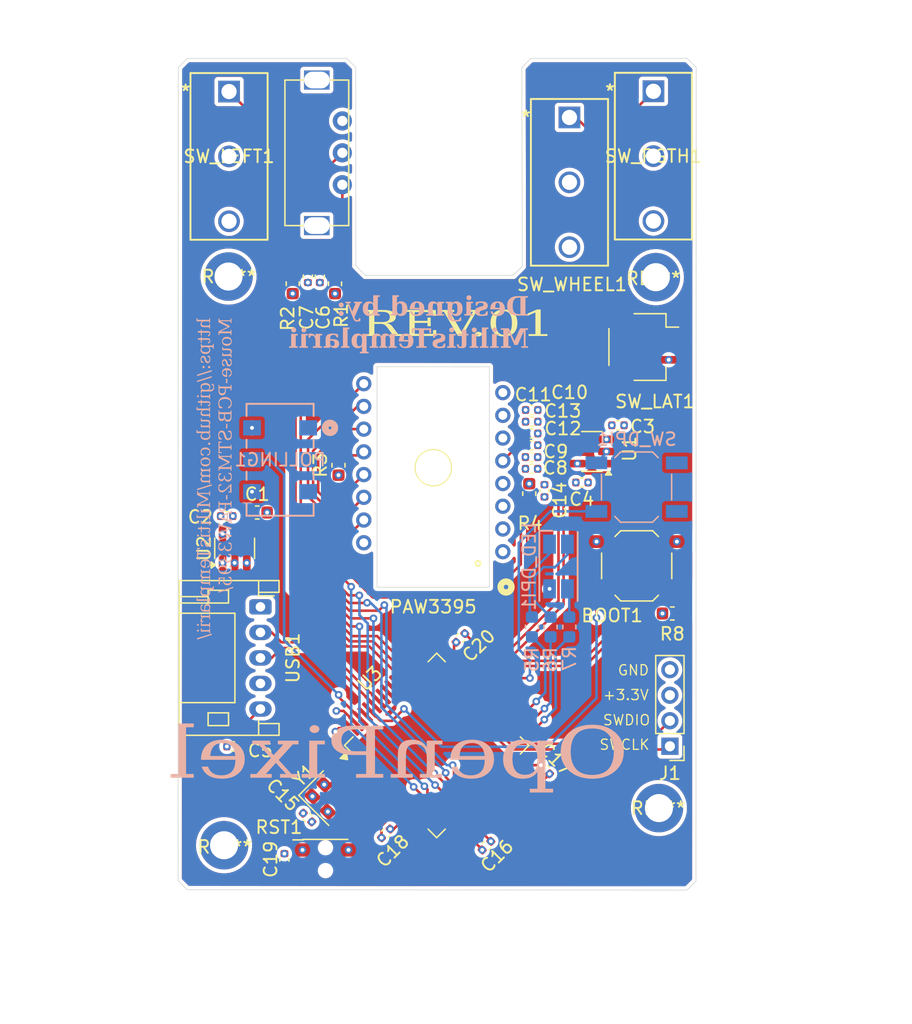
<source format=kicad_pcb>
(kicad_pcb (version 20241229) (generator "pcbnew") (generator_version "9.0")
  (layers (0 "F.Cu" signal) (4 "In1.Cu" power) (6 "In2.Cu" power) (2 "B.Cu" signal) (13 "F.Paste" user) (15 "B.Paste" user) (5 "F.SilkS" user "F.Silkscreen") (7 "B.SilkS" user "B.Silkscreen") (1 "F.Mask" user) (3 "B.Mask" user) (25 "Edge.Cuts" user))
  (net 0 "")
  (net 1 "Net-(BOOT1-B)")
  (net 2 "GND")
  (net 3 "Net-(U2-BP)")
  (net 4 "+3.3V")
  (net 5 "+1V9")
  (net 6 "Net-(USB1-Pin_5)")
  (net 7 "ENC_UP")
  (net 8 "ENC_DWN")
  (net 9 "Net-(PAW3395-VDDREG)")
  (net 10 "Net-(RST1-B)")
  (net 11 "SWDIO")
  (net 12 "SWCLK")
  (net 13 "Net-(LED_DPI1-BA)")
  (net 14 "Net-(LED_DPI1-GA)")
  (net 15 "Net-(LED_DPI1-RA)")
  (net 16 "NRESET")
  (net 17 "MISO")
  (net 18 "MOSI")
  (net 20 "NCS")
  (net 22 "MOTION")
  (net 23 "SCLK")
  (net 24 "Net-(PAW3395-LED_P)")
  (net 27 "SW_POLL")
  (net 28 "LED_B")
  (net 29 "LED_G")
  (net 30 "LED_R")
  (net 31 "SW_DPI")
  (net 32 "SW_LAT_BACK")
  (net 33 "SW_LAT_FR")
  (net 34 "SW_LEFT")
  (net 38 "SW_WHEEL")
  (net 39 "VBUS")
  (net 47 "USB_D+")
  (net 56 "USB_D-")
  (net 60 "SW_RGTH")
  (net 61 "OSC_IN")
  (footprint "Button_Switch_SMD:SW_SPST_TL3342" (layer "F.Cu") (at 53.035 55.465)
    (property "Reference" "BOOT1")
    (property "Value" "SW_SPST")
  )
  (footprint "Capacitor_SMD:C_0402_1005Metric" (layer "F.Cu") (at 27.265 32.795 90)
    (property "Reference" "C7")
    (property "Value" "100nF")
  )
  (footprint "Package_TO_SOT_SMD:SOT-23-5" (layer "F.Cu") (at 21.525 54.095 90)
    (property "Reference" "U2")
    (property "Value" "MIC5219-3.3YM5")
  )
  (footprint "MountingHole:MountingHole_2.2mm_M2_DIN965_Pad" (layer "F.Cu") (at 20.695 77.345)
    (property "Reference" "REF**")
    (property "Value" "MountingHole_2.2mm_M2_DIN965_Pad")
  )
  (footprint "Capacitor_SMD:C_0402_1005Metric" (layer "F.Cu") (at 51.565 44.455)
    (property "Reference" "C3")
    (property "Value" "1uF")
  )
  (footprint "Capacitor_SMD:C_0402_1005Metric" (layer "F.Cu") (at 44.805 44.175 180)
    (property "Reference" "C10")
    (property "Value" "10uF")
  )
  (footprint "Capacitor_SMD:C_0402_1005Metric" (layer "F.Cu") (at 33.374479 76.414196 -135)
    (property "Reference" "C18")
    (property "Value" "100nF")
  )
  (footprint "MountingHole:MountingHole_2.2mm_M2_DIN965_Pad" (layer "F.Cu") (at 54.775 74.435)
    (property "Reference" "REF**")
    (property "Value" "MountingHole_2.2mm_M2_DIN965_Pad")
  )
  (footprint "Capacitor_SMD:C_0402_1005Metric" (layer "F.Cu") (at 21.395 69.605 180)
    (property "Reference" "C5")
    (property "Value" "100nF")
  )
  (footprint "Omron mouse switches:SW_D2FC_OMR" (layer "F.Cu") (at 47.765 20.345)
    (property "Reference" "SW_WHEEL1")
    (property "Value" "SW_SPDT_321")
  )
  (footprint "Capacitor_SMD:C_0402_1005Metric" (layer "F.Cu") (at 28.201655 32.798345 90)
    (property "Reference" "C6")
    (property "Value" "100nF")
  )
  (footprint "MountingHole:MountingHole_2.2mm_M2_DIN965_Pad" (layer "F.Cu") (at 54.535 32.855)
    (property "Reference" "REF**")
    (property "Value" "MountingHole_2.2mm_M2_DIN965_Pad")
  )
  (footprint "Oscillator:Oscillator_SMD_SeikoEpson_SG210-4Pin_2.5x2.0mm" (layer "F.Cu") (at 28.68434 73.653579 -45)
    (property "Reference" "Y1")
    (property "Value" "8MHZ_CMOS")
  )
  (footprint "Omron mouse switches:Encoder_Kailh_Wheel_3Pin" (layer "F.Cu") (at 27.965 23.115 180)
    (property "Reference" "WHEEL_ENCODER1" (hide yes))
    (property "Value" "RotaryEncoder")
  )
  (footprint "Capacitor_SMD:C_0603_1608Metric" (layer "F.Cu") (at 29.391653 33.368345 90)
    (property "Reference" "R1")
    (property "Value" "10K")
  )
  (footprint "PAW3395:PAW3395_LGA16_fixed" (layer "F.Cu") (at 37.095 47.775001 180)
    (property "Reference" "PAW3395")
    (property "Value" "S1")
  )
  (footprint "Connector_JST:JST_PH_S5B-PH-K_1x05_P2.00mm_Horizontal" (layer "F.Cu") (at 23.545 58.675 -90)
    (property "Reference" "USB1")
    (property "Value" "Conn_01x05_Pin")
  )
  (footprint "Capacitor_SMD:C_0402_1005Metric" (layer "F.Cu") (at 39.225 61.105 45)
    (property "Reference" "C20")
    (property "Value" "100nF")
  )
  (footprint "Capacitor_SMD:C_0603_1608Metric" (layer "F.Cu") (at 26.075001 33.365002 90)
    (property "Reference" "R2")
    (property "Value" "10K")
  )
  (footprint "Capacitor_SMD:C_0402_1005Metric" (layer "F.Cu") (at 44.805 46.015 180)
    (property "Reference" "C12")
    (property "Value" "10uF")
  )
  (footprint "Capacitor_SMD:C_0603_1608Metric" (layer "F.Cu") (at 55.83 59.195)
    (property "Reference" "R8")
    (property "Value" "10K")
  )
  (footprint "Capacitor_SMD:C_0402_1005Metric" (layer "F.Cu") (at 48.745 48.935)
    (property "Reference" "C4")
    (property "Value" "1uF")
  )
  (footprint "Capacitor_SMD:C_0402_1005Metric" (layer "F.Cu") (at 44.805 43.255 180)
    (property "Reference" "C11")
    (property "Value" "100nF")
  )
  (footprint "Package_TO_SOT_SMD:SOT-23-5" (layer "F.Cu") (at 49.525 46.505 180)
    (property "Reference" "U1")
    (property "Value" "TLV70019_SOT23-5")
  )
  (footprint "Omron mouse switches:SW_D2FC_OMR" (layer "F.Cu") (at 21.085 18.315)
    (property "Reference" "SW_LEFT1")
    (property "Value" "SW_SPDT_321")
  )
  (footprint "Capacitor_SMD:C_0402_1005Metric" (layer "F.Cu") (at 27.235 75.175 135)
    (property "Reference" "C15")
    (property "Value" "100nF")
  )
  (footprint "Connector_JST:JST_SH_SM03B-SRSS-TB_1x03-1MP_P1.00mm_Horizontal" (layer "F.Cu") (at 53.545 38.325 -90)
    (property "Reference" "SW_LAT1")
    (property "Value" "Conn_01x03_Pin")
  )
  (footprint "Capacitor_SMD:C_0603_1608Metric" (layer "F.Cu") (at 29.665 47.585 90)
    (property "Reference" "R3")
    (property "Value" "10K")
  )
  (footprint "Capacitor_SMD:C_0402_1005Metric" (layer "F.Cu") (at 44.805 45.095 180)
    (property "Reference" "C13")
    (property "Value" "100nF")
  )
  (footprint "Connector_PinHeader_2.00mm:PinHeader_1x04_P2.00mm_Vertical" (layer "F.Cu") (at 55.635 69.595001 180)
    (property "Reference" "J1")
    (property "Value" "Conn_01x04_Pin")
  )
  (footprint "Capacitor_SMD:C_0603_1608Metric" (layer "F.Cu") (at 23.295 51.285)
    (property "Reference" "C1")
    (property "Value" "470pF")
  )
  (footprint "Capacitor_SMD:C_0402_1005Metric" (layer "F.Cu") (at 45.805 49.585 90)
    (property "Reference" "C14")
    (property "Value" "33uF")
  )
  (footprint "Capacitor_SMD:C_0402_1005Metric" (layer "F.Cu") (at 20.905 51.565 180)
    (property "Reference" "C2")
    (property "Value" "2.2uF")
  )
  (footprint "Capacitor_SMD:C_0402_1005Metric" (layer "F.Cu") (at 44.795 46.945)
    (property "Reference" "C9")
    (property "Value" "10uF")
  )
  (footprint "Capacitor_SMD:C_0402_1005Metric" (layer "F.Cu") (at 45.865 71.415 -45)
    (property "Reference" "C17")
    (property "Value" "100nF")
  )
  (footprint "Package_QFP:LQFP-64_10x10mm_P0.5mm" (layer "F.Cu") (at 37.358945 69.527625 45)
    (property "Reference" "U3")
    (property "Value" "CH32V30xRxTx")
  )
  (footprint "Capacitor_SMD:C_0603_1608Metric" (layer "F.Cu") (at 44.615 49.805 -90)
    (property "Reference" "R4")
    (property "Value" "5,6K")
  )
  (footprint "Capacitor_SMD:C_0402_1005Metric" (layer "F.Cu") (at 41.265 77.375 -135)
    (property "Reference" "C16")
    (property "Value" "100nF")
  )
  (footprint "Omron mouse switches:SW_D2FC_OMR" (layer "F.Cu") (at 54.345 18.295)
    (property "Reference" "SW_RGTH1")
    (property "Value" "SW_SPDT_321")
  )
  (footprint "Capacitor_SMD:C_0402_1005Metric" (layer "F.Cu") (at 44.795 47.865)
    (property "Reference" "C8")
    (property "Value" "100nF")
  )
  (footprint "Button_Switch_SMD:SW_SPST_EVQP7C" (layer "F.Cu") (at 28.645 78.435)
    (property "Reference" "RST1")
    (property "Value" "SW_SPST")
  )
  (footprint "MountingHole:MountingHole_2.2mm_M2_DIN965_Pad" (layer "F.Cu") (at 21.045 32.805)
    (property "Reference" "REF**")
    (property "Value" "MountingHole_2.2mm_M2_DIN965_Pad")
  )
  (footprint "Capacitor_SMD:C_0402_1005Metric" (layer "F.Cu") (at 25.425 78.485 -90)
    (property "Reference" "C19")
    (property "Value" "100nF")
  )
  (footprint "Capacitor_SMD:C_0603_1608Metric" (layer "B.Cu") (at 47.755 60.25 90)
    (property "Reference" "R7")
    (property "Value" "220")
  )
  (footprint "Sw_slide:SSSS213202_AAL" (layer "B.Cu") (at 25.085 47.155 180)
    (property "Reference" "POLLING1")
    (property "Value" "SSSS213202")
  )
  (footprint "Button_Switch_SMD:SW_SPST_TL3342" (layer "B.Cu") (at 53.025 49.295 180)
    (property "Reference" "SW_DPI1")
    (property "Value" "SW_SPST")
  )
  (footprint "Capacitor_SMD:C_0603_1608Metric" (layer "B.Cu") (at 46.285 60.25 90)
    (property "Reference" "R6")
    (property "Value" "330")
  )
  (footprint "LED_SMD:LED_RGB_1210" (layer "B.Cu") (at 46.905 55.515 -90)
    (property "Reference" "LED_DPI1")
    (property "Value" "LED_BGRK")
  )
  (footprint "Capacitor_SMD:C_0603_1608Metric" (layer "B.Cu") (at 44.825 60.25 90)
    (property "Reference" "R5")
    (property "Value" "100")
  )
  (gr_circle (center 42.795 57.12138) (end 42.465 56.85138) (stroke (width 0.5)) (fill no) (layer "F.SilkS"))
  (gr_line (start 31.768553 32.704999) (end 31.021985 31.962098) (stroke (width 0.05)) (layer "Edge.Cuts"))
  (gr_line (start 32.884999 57.135001) (end 41.484999 57.135001) (stroke (width 0.05)) (layer "Edge.Cuts"))
  (gr_line (start 57.678553 80.151447) (end 56.971446 80.858554) (stroke (width 0.05)) (layer "Edge.Cuts"))
  (gr_line (start 56.971446 80.858554) (end 17.798553 80.828553) (stroke (width 0.05)) (layer "Edge.Cuts"))
  (gr_line (start 31.018553 16.428553) (end 31.021984 31.956281) (stroke (width 0.05)) (layer "Edge.Cuts"))
  (gr_line (start 32.684999 39.865001) (end 32.684999 57.135001) (stroke (width 0.05)) (layer "Edge.Cuts"))
  (gr_line (start 41.484999 39.875001) (end 32.684999 39.865001) (stroke (width 0.05)) (layer "Edge.Cuts"))
  (gr_line (start 44.068553 32.001446) (end 43.361446 32.708553) (stroke (width 0.05)) (layer "Edge.Cuts"))
  (gr_line (start 44.738553 15.721447) (end 44.031446 16.428554) (stroke (width 0.05)) (layer "Edge.Cuts"))
  (gr_line (start 17.798553 80.828553) (end 17.091446 80.121446) (stroke (width 0.05)) (layer "Edge.Cuts"))
  (gr_line (start 44.738553 15.721447) (end 56.991446 15.721446) (stroke (width 0.05)) (layer "Edge.Cuts"))
  (gr_line (start 31.768553 32.704999) (end 43.361446 32.705) (stroke (width 0.05)) (layer "Edge.Cuts"))
  (gr_line (start 32.884999 57.135001) (end 32.684999 57.135001) (stroke (width 0.05)) (layer "Edge.Cuts"))
  (gr_line (start 41.484999 57.135001) (end 41.484999 39.875001) (stroke (width 0.05)) (layer "Edge.Cuts"))
  (gr_line (start 44.068553 32.001446) (end 44.031446 16.428554) (stroke (width 0.05)) (layer "Edge.Cuts"))
  (gr_line (start 17.818553 15.721447) (end 17.111446 16.428554) (stroke (width 0.05)) (layer "Edge.Cuts"))
  (gr_line (start 31.018553 16.428553) (end 30.311446 15.721446) (stroke (width 0.05)) (layer "Edge.Cuts"))
  (gr_line (start 17.818553 15.721447) (end 30.311446 15.721446) (stroke (width 0.05)) (layer "Edge.Cuts"))
  (gr_line (start 17.111446 16.428554) (end 17.091446 80.121446) (stroke (width 0.05)) (layer "Edge.Cuts"))
  (gr_line (start 57.698553 16.428553) (end 57.678553 80.151447) (stroke (width 0.05)) (layer "Edge.Cuts"))
  (gr_line (start 57.698553 16.428553) (end 56.991446 15.721446) (stroke (width 0.05)) (layer "Edge.Cuts"))
  (gr_text "REV.01" (at 31.44 37.8 0) (layer "F.SilkS") (effects (font (size 2 3) (thickness 0.3)) (justify left bottom)))
  (gr_text "+3.3V\n" (at 50.335 66.045 0) (layer "F.SilkS") (effects (font (size 0.8 0.8) (thickness 0.1) (bold yes)) (justify left bottom)))
  (gr_text "GND\n" (at 51.495 64.105 0) (layer "F.SilkS") (effects (font (size 0.8 0.8) (thickness 0.1) (bold yes)) (justify left bottom)))
  (gr_text "SWDIO" (at 50.325 68.015 0) (layer "F.SilkS") (effects (font (size 0.8 0.8) (thickness 0.1) (bold yes)) (justify left bottom)))
  (gr_text "SWCLK\n" (at 50.055 69.935 0) (layer "F.SilkS") (effects (font (size 0.8 0.8) (thickness 0.1) (bold yes)) (justify left bottom)))
  (gr_text "Designed by: \nMilitisTemplarii" (at 44.61 38.64 0) (layer "B.SilkS") (effects (font (size 1.5 1.5) (thickness 0.3) (bold yes)) (justify left bottom mirror)))
  (gr_text "OpenPixel" (at 52.42 72.74 0) (layer "B.SilkS") (effects (font (size 4 5) (thickness 0.3)) (justify left bottom mirror)))
  (gr_text "https://github.com/MilitisTemplarii/\nMouse-PCB-STM32-PAW3395/" (at 21.45 36.02 90) (layer "B.SilkS") (effects (font (size 1 1) (thickness 0.125)) (justify left bottom mirror)))
  (segment (start 34.795 66.665) (end 33.855 67.605) (width 0.2) (layer "F.Cu") (net 1))
  (segment (start 33.855 67.605) (end 32.961446 67.605) (width 0.2) (layer "F.Cu") (net 1))
  (segment (start 49.885 57.365) (end 49.885 59.535) (width 0.2) (layer "F.Cu") (net 1))
  (segment (start 56.605 57.785) (end 56.185 57.365) (width 0.2) (layer "F.Cu") (net 1))
  (segment (start 56.605 59.195) (end 56.605 57.785) (width 0.2) (layer "F.Cu") (net 1))
  (segment (start 32.961446 67.605) (end 32.108677 66.752231) (width 0.2) (layer "F.Cu") (net 1))
  (via (at 34.795 66.665) (size 0.6) (drill 0.3) (layers "F.Cu" "B.Cu") (net 1))
  (via (at 49.885 59.535) (size 0.6) (drill 0.3) (layers "F.Cu" "B.Cu") (net 1))
  (segment (start 49.885 59.535) (end 49.885 65.815) (width 0.2) (layer "B.Cu") (net 1))
  (segment (start 46.065 69.635) (end 37.765 69.635) (width 0.2) (layer "B.Cu") (net 1))
  (segment (start 37.765 69.635) (end 34.795 66.665) (width 0.2) (layer "B.Cu") (net 1))
  (segment (start 49.885 65.815) (end 46.065 69.635) (width 0.2) (layer "B.Cu") (net 1))
  (segment (start 45.755 72.215) (end 44.642514 72.215) (width 0.2) (layer "F.Cu") (net 2))
  (segment (start 39.985 61.186178) (end 39.985 62.305376) (width 0.2) (layer "F.Cu") (net 2))
  (segment (start 33.035068 75.834932) (end 33.495 75.375) (width 0.2) (layer "F.Cu") (net 2))
  (segment (start 33.986444 75.375) (end 34.583551 74.777893) (width 0.2) (layer "F.Cu") (net 2))
  (segment (start 39.564411 60.765589) (end 39.985 61.186178) (width 0.2) (layer "F.Cu") (net 2))
  (segment (start 46.204411 71.765589) (end 45.755 72.215) (width 0.2) (layer "F.Cu") (net 2))
  (segment (start 33.035068 76.753607) (end 33.035068 75.834932) (width 0.2) (layer "F.Cu") (net 2))
  (segment (start 40.925589 77.690463) (end 39.073679 75.838553) (width 0.2) (layer "F.Cu") (net 2))
  (segment (start 39.985 62.305376) (end 39.073679 63.216697) (width 0.2) (layer "F.Cu") (net 2))
  (segment (start 44.642514 72.215) (end 43.669873 71.242359) (width 0.2) (layer "F.Cu") (net 2))
  (segment (start 40.925589 77.714411) (end 40.925589 77.690463) (width 0.2) (layer "F.Cu") (net 2))
  (segment (start 30.060126 66.825) (end 31.048017 67.812891) (width 0.2) (layer "F.Cu") (net 2))
  (segment (start 33.495 75.375) (end 33.986444 75.375) (width 0.2) (layer "F.Cu") (net 2))
  (segment (start 46.204411 71.754411) (end 46.204411 71.765589) (width 0.2) (layer "F.Cu") (net 2))
  (segment (start 29.495 66.825) (end 30.060126 66.825) (width 0.2) (layer "F.Cu") (net 2))
  (via (at 45.275 47.865) (size 0.6) (drill 0.3) (layers "F.Cu" "B.Cu") (net 2))
  (via (at 55.545 39.325) (size 0.6) (drill 0.3) (layers "F.Cu" "B.Cu") (net 2))
  (via (at 46.204411 71.754411) (size 0.6) (drill 0.3) (layers "F.Cu" "B.Cu") (net 2))
  (via (at 56.185 53.565) (size 0.6) (drill 0.3) (layers "F.Cu" "B.Cu") (net 2))
  (via (at 45.285 43.255) (size 0.6) (drill 0.3) (layers "F.Cu" "B.Cu") (net 2))
  (via (at 27.574411 75.514411) (size 0.6) (drill 0.3) (layers "F.Cu" "B.Cu") (net 2))
  (via (at 45.275 46.945) (size 0.6) (drill 0.3) (layers "F.Cu" "B.Cu") (net 2))
  (via (at 39.564411 60.765589) (size 0.6) (drill 0.3) (layers "F.Cu" "B.Cu") (net 2))
  (via (at 28.825761 74.714239) (size 0.6) (drill 0.3) (layers "F.Cu" "B.Cu") (net 2))
  (via (at 45.285 45.095) (size 0.6) (drill 0.3) (layers "F.Cu" "B.Cu") (net 2))
  (via (at 49.885 53.565) (size 0.6) (drill 0.3) (layers "F.Cu" "B.Cu") (net 2))
  (via (at 25.425 78.005) (size 0.6) (drill 0.3) (layers "F.Cu" "B.Cu") (net 2))
  (via (at 40.925589 77.714411) (size 0.6) (drill 0.3) (layers "F.Cu" "B.Cu") (net 2))
  (via (at 20.425 51.565) (size 0.6) (drill 0.3) (layers "F.Cu" "B.Cu") (net 2))
  (via (at 45.285 44.175) (size 0.6) (drill 0.3) (layers "F.Cu" "B.Cu") (net 2))
  (via (at 46.205 57.265) (size 0.6) (drill 0.3) (layers "F.Cu" "B.Cu") (net 2))
  (via (at 30.445 77.715) (size 0.6) (drill 0.3) (layers "F.Cu" "B.Cu") (net 2))
  (via (at 45.285 46.015) (size 0.6) (drill 0.3) (layers "F.Cu" "B.Cu") (net 2))
  (via (at 45.805 50.065) (size 0.6) (drill 0.3) (layers "F.Cu" "B.Cu") (net 2))
  (via (at 26.845 77.715) (size 0.6) (drill 0.3) (layers "F.Cu" "B.Cu") (net 2))
  (via (at 50.6625 46.505) (size 0.6) (drill 0.3) (layers "F.Cu" "B.Cu") (net 2))
  (via (at 28.201655 33.278345) (size 0.6) (drill 0.3) (layers "F.Cu" "B.Cu") (net 2))
  (via (at 49.225 48.935) (size 0.6) (drill 0.3) (layers "F.Cu" "B.Cu") (net 2))
  (via (at 24.07 51.285) (size 0.6) (drill 0.3) (layers "F.Cu" "B.Cu") (net 2))
  (via (at 22.884998 49.655) (size 0.6) (drill 0.3) (layers "F.Cu" "B.Cu") (net 2))
  (via (at 21.525 55.2325) (size 0.6) (drill 0.3) (layers "F.Cu" "B.Cu") (net 2))
  (via (at 27.265 33.275) (size 0.6) (drill 0.3) (layers "F.Cu" "B.Cu") (net 2))
  (via (at 33.035068 76.753607) (size 0.6) (drill 0.3) (layers "F.Cu" "B.Cu") (net 2))
  (via (at 52.045 44.455) (size 0.6) (drill 0.3) (layers "F.Cu" "B.Cu") (net 2))
  (via (at 20.915 69.605) (size 0.6) (drill 0.3) (layers "F.Cu" "B.Cu") (net 2))
  (via (at 29.495 66.825) (size 0.6) (drill 0.3) (layers "F.Cu" "B.Cu") (net 2))
  (segment (start 49.875 47.395) (end 50.6625 46.6075) (width 0.2) (layer "B.Cu") (net 2))
  (segment (start 50.6625 46.6075) (end 50.6625 46.505) (width 0.2) (layer "B.Cu") (net 2))
  (segment (start 22.474999 51.330001) (end 22.52 51.285) (width 0.2) (layer "F.Cu") (net 3))
  (segment (start 22.474999 52.9575) (end 22.474999 51.330001) (width 0.4) (layer "F.Cu") (net 3))
  (segment (start 51.755 47.165) (end 51.755 45.985) (width 0.3) (layer "F.Cu") (net 4))
  (segment (start 40.653822 76.085) (end 40.027232 76.085) (width 0.2) (layer "F.Cu") (net 4))
  (segment (start 28.990351 72.592919) (end 30.694464 70.888806) (width 0.2) (layer "F.Cu") (net 4))
  (segment (start 51.325001 45.555001) (end 50.6625 45.555001) (width 0.3) (layer "F.Cu") (net 4))
  (segment (start 51.755 45.985) (end 51.325001 45.555001) (width 0.3) (layer "F.Cu") (net 4))
  (segment (start 30.694464 68.166444) (end 29.693556 68.166444) (width 0.2) (layer "F.Cu") (net 4))
  (segment (start 33.993765 76.074785) (end 34.937104 75.131446) (width 0.2) (layer "F.Cu") (net 4))
  (segment (start 44.210209 71.075589) (end 44.023426 70.888806) (width 0.2) (layer "F.Cu") (net 4))
  (segment (start 40.027232 76.085) (end 39.427232 75.485) (width 0.2) (layer "F.Cu") (net 4))
  (segment (start 29.693556 68.166444) (end 29.415 68.445) (width 0.2) (layer "F.Cu") (net 4))
  (segment (start 51.465001 47.454999) (end 51.755 47.165) (width 0.3) (layer "F.Cu") (net 4))
  (segment (start 50.6625 47.454999) (end 51.465001 47.454999) (width 0.3) (layer "F.Cu") (net 4))
  (segment (start 38.720126 61.609874) (end 38.885589 61.444411) (width 0.2) (layer "F.Cu") (net 4))
  (segment (start 45.525589 71.075589) (end 44.210209 71.075589) (width 0.2) (layer "F.Cu") (net 4))
  (segment (start 28.542919 72.592919) (end 28.990351 72.592919) (width 0.2) (layer "F.Cu") (net 4))
  (segment (start 38.720126 62.863144) (end 38.720126 61.609874) (width 0.2) (layer "F.Cu") (net 4))
  (segment (start 33.71389 76.074785) (end 33.993765 76.074785) (width 0.2) (layer "F.Cu") (net 4))
  (segment (start 41.604411 77.035589) (end 40.653822 76.085) (width 0.2) (layer "F.Cu") (net 4))
  (via (at 22.884998 44.655) (size 0.6) (drill 0.3) (layers "F.Cu" "B.Cu") (net 4))
  (via (at 26.075001 34.140002) (size 0.6) (drill 0.3) (layers "F.Cu" "B.Cu") (net 4))
  (via (at 50.6625 45.555001) (size 0.6) (drill 0.3) (layers "F.Cu" "B.Cu") (net 4))
  (via (at 20.575001 52.9575) (size 0.6) (drill 0.3) (layers "F.Cu" "B.Cu") (net 4))
  (via (at 44.325 43.255) (size 0.6) (drill 0.3) (layers "F.Cu" "B.Cu") (net 4))
  (via (at 51.085 44.455) (size 0.6) (drill 0.3) (layers "F.Cu" "B.Cu") (net 4))
  (via (at 45.525589 71.075589) (size 0.6) (drill 0.3) (layers "F.Cu" "B.Cu") (net 4))
  (via (at 29.415 68.445) (size 0.6) (drill 0.3) (layers "F.Cu" "B.Cu") (net 4))
  (via (at 26.895589 74.835589) (size 0.6) (drill 0.3) (layers "F.Cu" "B.Cu") (net 4))
  (via (at 29.391653 34.143345) (size 0.6) (drill 0.3) (layers "F.Cu" "B.Cu") (net 4))
  (via (at 38.885589 61.444411) (size 0.6) (drill 0.3) (layers "F.Cu" "B.Cu") (net 4))
  (via (at 55.055 59.195) (size 0.6) (drill 0.3) (layers "F.Cu" "B.Cu") (net 4))
  (via (at 27.62368 73.512158) (size 0.6) (drill 0.3) (layers "F.Cu" "B.Cu") (net 4))
  (via (at 29.665 48.36) (size 0.6) (drill 0.3) (layers "F.Cu" "B.Cu") (net 4))
  (via (at 44.325 44.175) (size 0.6) (drill 0.3) (layers "F.Cu" "B.Cu") (net 4))
  (via (at 33.71389 76.074785) (size 0.6) (drill 0.3) (layers "F.Cu" "B.Cu") (net 4))
  (via (at 21.385 51.565) (size 0.6) (drill 0.3) (layers "F.Cu" "B.Cu") (net 4))
  (via (at 28.542919 72.592919) (size 0.6) (drill 0.3) (layers "F.Cu" "B.Cu") (net 4))
  (via (at 41.604411 77.035589) (size 0.6) (drill 0.3) (layers "F.Cu" "B.Cu") (net 4))
  (via (at 48.3875 47.454999) (size 0.6) (drill 0.3) (layers "F.Cu" "B.Cu") (net 5))
  (via (at 44.315 47.865) (size 0.6) (drill 0.3) (layers "F.Cu" "B.Cu") (net 5))
  (via (at 44.615 49.03) (size 0.6) (drill 0.3) (layers "F.Cu" "B.Cu") (net 5))
  (via (at 44.315 46.945) (size 0.6) (drill 0.3) (layers "F.Cu" "B.Cu") (net 5))
  (via (at 48.265 48.935) (size 0.6) (drill 0.3) (layers "F.Cu" "B.Cu") (net 5))
  (via (at 45.805 49.105) (size 0.6) (drill 0.3) (layers "F.Cu" "B.Cu") (net 5))
  (segment (start 21.875 68.345) (end 23.545 66.675) (width 0.2) (layer "F.Cu") (net 6))
  (segment (start 21.875 69.605) (end 21.875 68.345) (width 0.2) (layer "F.Cu") (net 6))
  (segment (start 26.705 56.955) (end 26.705 39.855) (width 0.2) (layer "F.Cu") (net 7))
  (segment (start 28.201655 32.318345) (end 29.965001 30.554999) (width 0.2) (layer "F.Cu") (net 7))
  (segment (start 35.290658 63.57025) (end 35.290658 63.560658) (width 0.2) (layer "F.Cu") (net 7))
  (segment (start 30.415 33.616692) (end 29.391653 32.593345) (width 0.2) (layer "F.Cu") (net 7))
  (segment (start 29.443345 32.593345) (end 29.465 32.615) (width 0.2) (layer "F.Cu") (net 7))
  (segment (start 28.476655 32.593345) (end 28.201655 32.318345) (width 0.2) (layer "F.Cu") (net 7))
  (segment (start 29.391653 32.593345) (end 28.476655 32.593345) (width 0.2) (layer "F.Cu") (net 7))
  (segment (start 26.705 39.855) (end 30.415 36.145) (width 0.2) (layer "F.Cu") (net 7))
  (segment (start 29.965001 30.554999) (end 29.965001 25.615) (width 0.2) (layer "F.Cu") (net 7))
  (segment (start 35.290658 63.560658) (end 32.695 60.965) (width 0.2) (layer "F.Cu") (net 7))
  (segment (start 30.415 36.145) (end 30.415 33.616692) (width 0.2) (layer "F.Cu") (net 7))
  (segment (start 32.695 60.965) (end 30.715 60.965) (width 0.2) (layer "F.Cu") (net 7))
  (segment (start 29.391653 32.593345) (end 29.443345 32.593345) (width 0.2) (layer "F.Cu") (net 7))
  (segment (start 30.715 60.965) (end 26.705 56.955) (width 0.2) (layer "F.Cu") (net 7))
  (segment (start 32.385 61.375) (end 30.535 61.375) (width 0.2) (layer "F.Cu") (net 8))
  (segment (start 26.295 57.135) (end 26.295 39.865) (width 0.2) (layer "F.Cu") (net 8))
  (segment (start 27.265 32.315) (end 27.265 31.185) (width 0.2) (layer "F.Cu") (net 8))
  (segment (start 30.535 61.375) (end 26.295 57.135) (width 0.2) (layer "F.Cu") (net 8))
  (segment (start 34.937104 63.923804) (end 34.933804 63.923804) (width 0.2) (layer "F.Cu") (net 8))
  (segment (start 25.955 27.125001) (end 29.965001 23.115) (width 0.2) (layer "F.Cu") (net 8))
  (segment (start 25.185 38.755) (end 25.185 33.480003) (width 0.2) (layer "F.Cu") (net 8))
  (segment (start 34.933804 63.923804) (end 32.385 61.375) (width 0.2) (layer "F.Cu") (net 8))
  (segment (start 25.185 33.480003) (end 26.075001 32.590002) (width 0.2) (layer "F.Cu") (net 8))
  (segment (start 26.989998 32.590002) (end 27.265 32.315) (width 0.2) (layer "F.Cu") (net 8))
  (segment (start 26.295 39.865) (end 25.185 38.755) (width 0.2) (layer "F.Cu") (net 8))
  (segment (start 27.265 31.185) (end 25.955 29.875) (width 0.2) (layer "F.Cu") (net 8))
  (segment (start 26.075001 32.590002) (end 26.989998 32.590002) (width 0.2) (layer "F.Cu") (net 8))
  (segment (start 25.955 29.875) (end 25.955 27.125001) (width 0.2) (layer "F.Cu") (net 8))
  (segment (start 42.545 47.235001) (end 43.765001 46.015) (width 0.2) (layer "F.Cu") (net 9))
  (segment (start 43.765001 46.015) (end 44.325 46.015) (width 0.2) (layer "F.Cu") (net 9))
  (segment (start 44.325 46.015) (end 44.325 45.095) (width 0.2) (layer "F.Cu") (net 9))
  (segment (start 30.445 79.155) (end 30.925 79.155) (width 0.2) (layer "F.Cu") (net 10))
  (segment (start 26.655 78.965) (end 26.845 79.155) (width 0.2) (layer "F.Cu") (net 10))
  (segment (start 27.425 78.575) (end 29.865 78.575) (width 0.2) (layer "F.Cu") (net 10))
  (segment (start 29.865 78.575) (end 30.445 79.155) (width 0.2) (layer "F.Cu") (net 10))
  (segment (start 26.845 79.155) (end 27.425 78.575) (width 0.2) (layer "F.Cu") (net 10))
  (segment (start 31.835 75.535) (end 31.595 75.295) (width 0.2) (layer "F.Cu") (net 10))
  (segment (start 31.835 78.245) (end 31.835 75.535) (width 0.2) (layer "F.Cu") (net 10))
  (segment (start 25.425 78.965) (end 26.655 78.965) (width 0.2) (layer "F.Cu") (net 10))
  (segment (start 30.925 79.155) (end 31.835 78.245) (width 0.2) (layer "F.Cu") (net 10))
  (segment (start 31.595 75.295) (end 31.595 74.23091) (width 0.2) (layer "F.Cu") (net 10))
  (segment (start 31.595 74.23091) (end 32.815784 73.010126) (width 0.2) (layer "F.Cu") (net 10))
  (segment (start 53.835 69.395) (end 55.635 67.595) (width 0.2) (layer "F.Cu") (net 11))
  (segment (start 43.115 69.395) (end 53.835 69.395) (width 0.2) (layer "F.Cu") (net 11))
  (segment (start 43.115 69.395) (end 38.735 65.015) (width 0.2) (layer "F.Cu") (net 11))
  (segment (start 38.735 64.262482) (end 39.427232 63.57025) (width 0.2) (layer "F.Cu") (net 11))
  (segment (start 38.735 65.015) (end 38.735 64.262482) (width 0.2) (layer "F.Cu") (net 11))
  (segment (start 56.185 69.595) (end 55.935 69.845) (width 0.2) (layer "F.Cu") (net 12))
  (segment (start 42.985 69.845) (end 36.003144 62.863144) (width 0.2) (layer "F.Cu") (net 12))
  (segment (start 42.985 69.845) (end 55.385001 69.845) (width 0.2) (layer "F.Cu") (net 12))
  (segment (start 36.003144 62.863144) (end 35.997764 62.863144) (width 0.2) (layer "F.Cu") (net 12))
  (segment (start 55.385001 69.845) (end 55.635 69.595001) (width 0.2) (layer "F.Cu") (net 12))
  (segment (start 44.825 59.475) (end 44.655 59.305) (width 0.2) (layer "B.Cu") (net 13))
  (segment (start 44.655 56.055) (end 46.205 54.505) (width 0.2) (layer "B.Cu") (net 13))
  (segment (start 46.205 54.505) (end 46.205 53.765) (width 0.2) (layer "B.Cu") (net 13))
  (segment (start 44.655 59.305) (end 44.655 56.055) (width 0.2) (layer "B.Cu") (net 13))
  (segment (start 46.285 59.475) (end 45.055 58.245) (width 0.2) (layer "B.Cu") (net 14))
  (segment (start 47.605 54.595) (end 47.605 53.765) (width 0.2) (layer "B.Cu") (net 14))
  (segment (start 45.055 58.245) (end 45.055 56.245) (width 0.2) (layer "B.Cu") (net 14))
  (segment (start 45.055 56.245) (end 45.735 55.565) (width 0.2) (layer "B.Cu") (net 14))
  (segment (start 45.735 55.565) (end 46.575 55.565) (width 0.2) (layer "B.Cu") (net 14))
  (segment (start 46.575 55.565) (end 46.605 55.595) (width 0.2) (layer "B.Cu") (net 14))
  (segment (start 46.605 55.595) (end 47.605 54.595) (width 0.2) (layer "B.Cu") (net 14))
  (segment (start 47.755 59.475) (end 47.755 57.415) (width 0.2) (layer "B.Cu") (net 15))
  (segment (start 47.755 57.415) (end 47.605 57.265) (width 0.2) (layer "B.Cu") (net 15))
  (segment (start 31.645 50.095001) (end 30.145 51.595001) (width 0.2) (layer "F.Cu") (net 16))
  (segment (start 36.235 73.455) (end 36.235 74.540658) (width 0.2) (layer "F.Cu") (net 16))
  (segment (start 30.655 57.085) (end 30.655 57.095) (width 0.2) (layer "F.Cu") (net 16))
  (segment (start 36.235 74.540658) (end 35.290658 75.485) (width 0.2) (layer "F.Cu") (net 16))
  (segment (start 30.145 56.575) (end 30.655 57.085) (width 0.2) (layer "F.Cu") (net 16))
  (segment (start 35.555 72.775) (end 36.235 73.455) (width 0.2) (layer "F.Cu") (net 16))
  (segment (start 30.145 51.595001) (end 30.145 54.315) (width 0.2) (layer "F.Cu") (net 16))
  (segment (start 30.145 54.315) (end 30.145 56.575) (width 0.2) (layer "F.Cu") (net 16))
  (via (at 35.555 72.775) (size 0.6) (drill 0.3) (layers "F.Cu" "B.Cu") (net 16))
  (via (at 30.655 57.095) (size 0.6) (drill 0.3) (layers "F.Cu" "B.Cu") (net 16))
  (segment (start 30.655 67.875) (end 35.555 72.775) (width 0.2) (layer "B.Cu") (net 16))
  (segment (start 30.655 57.095) (end 30.655 67.875) (width 0.2) (layer "B.Cu") (net 16))
  (segment (start 31.905 58.355) (end 31.885 58.375) (width 0.2) (layer "F.Cu") (net 17))
  (segment (start 38.065 72.009315) (end 39.570685 73.515) (width 0.2) (layer "F.Cu") (net 17))
  (segment (start 28.515 47.225) (end 28.93 46.81) (width 0.2) (layer "F.Cu") (net 17))
  (segment (start 38.065 71.675) (end 38.065 72.009315) (width 0.2) (layer "F.Cu") (net 17))
  (segment (start 31.370002 46.81) (end 31.645 46.535002) (width 0.2) (layer "F.Cu") (net 17))
  (segment (start 39.578554 73.515) (end 40.487893 74.424339) (width 0.2) (layer "F.Cu") (net 17))
  (segment (start 39.570685 73.515) (end 39.578554 73.515) (width 0.2) (layer "F.Cu") (net 17))
  (segment (start 28.93 46.81) (end 29.665 46.81) (width 0.2) (layer "F.Cu") (net 17))
  (segment (start 29.345 50.275) (end 28.515 49.445) (width 0.2) (layer "F.Cu") (net 17))
  (segment (start 30.495 58.375) (end 29.345 57.225) (width 0.2) (layer "F.Cu") (net 17))
  (segment (start 28.515 49.445) (end 28.515 47.225) (width 0.2) (layer "F.Cu") (net 17))
  (segment (start 29.665 46.81) (end 31.370002 46.81) (width 0.2) (layer "F.Cu") (net 17))
  (segment (start 31.885 58.375) (end 30.495 58.375) (width 0.2) (layer "F.Cu") (net 17))
  (segment (start 29.345 57.225) (end 29.345 50.275) (width 0.2) (layer "F.Cu") (net 17))
  (via (at 31.905 58.355) (size 0.6) (drill 0.3) (layers "F.Cu" "B.Cu") (net 17))
  (via (at 38.065 71.675) (size 0.6) (drill 0.3) (layers "F.Cu" "B.Cu") (net 17))
  (segment (start 31.905 58.355) (end 32.185 58.355) (width 0.2) (layer "B.Cu") (net 17))
  (segment (start 33.025 59.195) (end 33.025 66.545) (width 0.2) (layer "B.Cu") (net 17))
  (segment (start 32.185 58.355) (end 33.025 59.195) (width 0.2) (layer "B.Cu") (net 17))
  (segment (start 37.945 71.465) (end 38.065 71.585) (width 0.2) (layer "B.Cu") (net 17))
  (segment (start 38.065 71.585) (end 38.065 71.675) (width 0.2) (layer "B.Cu") (net 17))
  (segment (start 33.025 66.545) (end 37.945 71.465) (width 0.2) (layer "B.Cu") (net 17))
  (segment (start 28.075 46.665) (end 29.984999 44.755001) (width 0.2) (layer "F.Cu") (net 18))
  (segment (start 38.715 71.935) (end 40.841446 74.061446) (width 0.2) (layer "F.Cu") (net 18))
  (segment (start 28.945 50.545) (end 28.075 49.675) (width 0.2) (layer "F.Cu") (net 18))
  (segment (start 33.255 58.535) (end 32.815 58.975) (width 0.2) (layer "F.Cu") (net 18))
  (segment (start 30.515 58.975) (end 28.945 57.405) (width 0.2) (layer "F.Cu") (net 18))
  (segment (start 40.841446 74.061446) (end 40.841446 74.070786) (width 0.2) (layer "F.Cu") (net 18))
  (segment (start 32.815 58.975) (end 30.515 58.975) (width 0.2) (layer "F.Cu") (net 18))
  (segment (start 28.945 57.405) (end 28.945 50.545) (width 0.2) (layer "F.Cu") (net 18))
  (segment (start 28.075 49.675) (end 28.075 46.665) (width 0.2) (layer "F.Cu") (net 18))
  (segment (start 38.615 71.075) (end 38.715 71.175) (width 0.2) (layer "F.Cu") (net 18))
  (segment (start 38.715 71.175) (end 38.715 71.935) (width 0.2) (layer "F.Cu") (net 18))
  (segment (start 29.984999 44.755001) (end 31.645001 44.755001) (width 0.2) (layer "F.Cu") (net 18))
  (via (at 33.255 58.535) (size 0.6) (drill 0.3) (layers "F.Cu" "B.Cu") (net 18))
  (via (at 38.615 71.075) (size 0.6) (drill 0.3) (layers "F.Cu" "B.Cu") (net 18))
  (segment (start 33.255 58.535) (end 33.425 58.705) (width 0.2) (layer "B.Cu") (net 18))
  (segment (start 37.925 70.845) (end 38.155 71.075) (width 0.2) (layer "B.Cu") (net 18))
  (segment (start 33.425 59.485) (end 33.425 66.345) (width 0.2) (layer "B.Cu") (net 18))
  (segment (start 33.425 58.705) (end 33.425 59.485) (width 0.2) (layer "B.Cu") (net 18))
  (segment (start 38.155 71.075) (end 38.615 71.075) (width 0.2) (layer "B.Cu") (net 18))
  (segment (start 33.425 66.345) (end 37.925 70.845) (width 0.2) (layer "B.Cu") (net 18))
  (segment (start 37.235 72.635) (end 37.28434 72.635) (width 0.2) (layer "F.Cu") (net 20))
  (segment (start 30.355 57.665) (end 30.465 57.775) (width 0.2) (layer "F.Cu") (net 20))
  (segment (start 29.745 57.055) (end 30.355 57.665) (width 0.2) (layer "F.Cu") (net 20))
  (segment (start 31.645 48.315001) (end 29.745 50.215001) (width 0.2) (layer "F.Cu") (net 20))
  (segment (start 30.465 57.775) (end 31.295 57.775) (width 0.2) (layer "F.Cu") (net 20))
  (segment (start 37.28434 72.635) (end 39.780786 75.131446) (width 0.2) (layer "F.Cu") (net 20))
  (segment (start 29.745 57.023529) (end 29.745 57.055) (width 0.2) (layer "F.Cu") (net 20))
  (segment (start 29.745 50.215001) (end 29.745 57.023529) (width 0.2) (layer "F.Cu") (net 20))
  (via (at 31.295 57.775) (size 0.6) (drill 0.3) (layers "F.Cu" "B.Cu") (net 20))
  (via (at 37.235 72.635) (size 0.6) (drill 0.3) (layers "F.Cu" "B.Cu") (net 20))
  (segment (start 31.955 67.355) (end 37.235 72.635) (width 0.2) (layer "B.Cu") (net 20))
  (segment (start 31.295 57.775) (end 31.305 57.785) (width 0.2) (layer "B.Cu") (net 20))
  (segment (start 31.955 59.975) (end 31.955 67.355) (width 0.2) (layer "B.Cu") (net 20))
  (segment (start 31.305 59.325) (end 31.955 59.975) (width 0.2) (layer "B.Cu") (net 20))
  (segment (start 31.305 57.785) (end 31.305 59.325) (width 0.2) (layer "B.Cu") (net 20))
  (segment (start 36.635 74.847764) (end 35.644211 75.838553) (width 0.2) (layer "F.Cu") (net 22))
  (segment (start 27.275 45.565) (end 27.275 50.025) (width 0.2) (layer "F.Cu") (net 22))
  (segment (start 28.145 50.895) (end 28.145 54.225) (width 0.2) (layer "F.Cu") (net 22))
  (segment (start 36.635 72.965) (end 36.635 74.847764) (width 0.2) (layer "F.Cu") (net 22))
  (segment (start 36.395 72.725) (end 36.635 72.965) (width 0.2) (layer "F.Cu") (net 22))
  (segment (start 28.145 54.225) (end 28.145 57.795) (width 0.2) (layer "F.Cu") (net 22))
  (segment (start 30.295 59.945) (end 30.555 60.205) (width 0.2) (layer "F.Cu") (net 22))
  (segment (start 27.275 50.025) (end 28.145 50.895) (width 0.2) (layer "F.Cu") (net 22))
  (segment (start 30.555 60.205) (end 31.305 60.205) (width 0.2) (layer "F.Cu") (net 22))
  (segment (start 28.145 57.795) (end 30.295 59.945) (width 0.2) (layer "F.Cu") (net 22))
  (segment (start 31.645 41.195) (end 27.275 45.565) (width 0.2) (layer "F.Cu") (net 22))
  (via (at 36.395 72.725) (size 0.6) (drill 0.3) (layers "F.Cu" "B.Cu") (net 22))
  (via (at 31.305 60.205) (size 0.6) (drill 0.3) (layers "F.Cu" "B.Cu") (net 22))
  (segment (start 31.305 60.205) (end 31.305 67.635) (width 0.2) (layer "B.Cu") (net 22))
  (segment (start 31.305 67.635) (end 36.395 72.725) (width 0.2) (layer "B.Cu") (net 22))
  (segment (start 27.675 49.840686) (end 27.675 46.445) (width 0.2) (layer "F.Cu") (net 23))
  (segment (start 32.405 59.575) (end 30.535 59.575) (width 0.2) (layer "F.Cu") (net 23))
  (segment (start 30.535 59.575) (end 28.545 57.585) (width 0.2) (layer "F.Cu") (net 23))
  (segment (start 38.805 73.315) (end 38.805 73.448554) (width 0.2) (layer "F.Cu") (net 23))
  (segment (start 38.805 73.448554) (end 40.134339 74.777893) (width 0.2) (layer "F.Cu") (net 23))
  (segment (start 37.205 71.715) (end 38.805 73.315) (width 0.2) (layer "F.Cu") (net 23))
  (segment (start 31.145 42.975) (end 31.645 42.975) (width 0.2) (layer "F.Cu") (net 23))
  (segment (start 37.165 71.715) (end 37.205 71.715) (width 0.2) (layer "F.Cu") (net 23))
  (segment (start 28.545 50.710686) (end 27.675 49.840686) (width 0.2) (layer "F.Cu") (net 23))
  (segment (start 28.545 57.585) (end 28.545 50.710686) (width 0.2) (layer "F.Cu") (net 23))
  (segment (start 27.675 46.445) (end 31.145 42.975) (width 0.2) (layer "F.Cu") (net 23))
  (via (at 32.405 59.575) (size 0.6) (drill 0.3) (layers "F.Cu" "B.Cu") (net 23))
  (via (at 37.165 71.715) (size 0.6) (drill 0.3) (layers "F.Cu" "B.Cu") (net 23))
  (segment (start 32.405 59.575) (end 32.405 66.955) (width 0.2) (layer "B.Cu") (net 23))
  (segment (start 32.405 66.955) (end 37.165 71.715) (width 0.2) (layer "B.Cu") (net 23))
  (segment (start 44.615 51.215) (end 43.955 51.875) (width 0.2) (layer "F.Cu") (net 24))
  (segment (start 42.655 56.645) (end 42.655 57.185) (width 0.2) (layer "F.Cu") (net 24))
  (segment (start 43.955 51.875) (end 43.955 55.345) (width 0.2) (layer "F.Cu") (net 24))
  (segment (start 32.345 57.935) (end 30.545 56.135) (width 0.2) (layer "F.Cu") (net 24))
  (segment (start 41.905 57.935) (end 32.345 57.935) (width 0.2) (layer "F.Cu") (net 24))
  (segment (start 30.545 56.135) (end 30.545 52.975001) (width 0.2) (layer "F.Cu") (net 24))
  (segment (start 44.615 50.58) (end 44.615 51.215) (width 0.2) (layer "F.Cu") (net 24))
  (segment (start 43.955 55.345) (end 42.655 56.645) (width 0.2) (layer "F.Cu") (net 24))
  (segment (start 42.655 57.185) (end 41.905 57.935) (width 0.2) (layer "F.Cu") (net 24))
  (segment (start 30.545 52.975001) (end 31.645 51.875001) (width 0.2) (layer "F.Cu") (net 24))
  (segment (start 29.675 65.565) (end 29.675 65.732768) (width 0.2) (layer "F.Cu") (net 27))
  (segment (start 29.675 65.732768) (end 31.40157 67.459338) (width 0.2) (layer "F.Cu") (net 27))
  (via (at 29.675 65.565) (size 0.6) (drill 0.3) (layers "F.Cu" "B.Cu") (net 27))
  (segment (start 24.905 47.805) (end 25.405 48.305) (width 0.2) (layer "B.Cu") (net 27))
  (segment (start 22.884998 47.155) (end 24.255 47.155) (width 0.2) (layer "B.Cu") (net 27))
  (segment (start 24.255 47.155) (end 24.905 47.805) (width 0.2) (layer "B.Cu") (net 27))
  (segment (start 25.405 61.295) (end 29.675 65.565) (width 0.2) (layer "B.Cu") (net 27))
  (segment (start 25.405 52.725) (end 25.405 61.295) (width 0.2) (layer "B.Cu") (net 27))
  (segment (start 25.405 48.305) (end 25.405 52.725) (width 0.2) (layer "B.Cu") (net 27))
  (segment (start 44.050658 66.725) (end 43.31632 67.459338) (width 0.2) (layer "F.Cu") (net 28))
  (segment (start 44.525 66.725) (end 44.050658 66.725) (width 0.2) (layer "F.Cu") (net 28))
  (segment (start 45.165 66.085) (end 44.525 66.725) (width 0.2) (layer "F.Cu") (net 28))
  (via (at 45.165 66.085) (size 0.6) (drill 0.3) (layers "F.Cu" "B.Cu") (net 28))
  (segment (start 45.865 65.385) (end 45.865 62.065) (width 0.2) (layer "B.Cu") (net 28))
  (segment (start 45.165 66.085) (end 45.865 65.385) (width 0.2) (layer "B.Cu") (net 28))
  (segment (start 45.865 62.065) (end 44.825 61.025) (width 0.2) (layer "B.Cu") (net 28))
  (segment (start 45.805 66.645) (end 45.295 67.155) (width 0.2) (layer "F.Cu") (net 29))
  (segment (start 43.669873 67.800127) (end 43.669873 67.812891) (width 0.2) (layer "F.Cu") (net 29))
  (segment (start 44.315 67.155) (end 43.669873 67.800127) (width 0.2) (layer "F.Cu") (net 29))
  (segment (start 45.295 67.155) (end 44.315 67.155) (width 0.2) (layer "F.Cu") (net 29))
  (via (at 45.805 66.645) (size 0.6) (drill 0.3) (layers "F.Cu" "B.Cu") (net 29))
  (segment (start 46.285 66.165) (end 46.285 61.025) (width 0.2) (layer "B.Cu") (net 29))
  (segment (start 45.805 66.645) (end 46.285 66.165) (width 0.2) (layer "B.Cu") (net 29))
  (segment (start 45.133556 68.166444) (end 45.795 67.505) (width 0.2) (layer "F.Cu") (net 30))
  (segment (start 44.023426 68.166444) (end 45.133556 68.166444) (width 0.2) (layer "F.Cu") (net 30))
  (via (at 45.795 67.505) (size 0.6) (drill 0.3) (layers "F.Cu" "B.Cu") (net 30))
  (segment (start 45.795 67.505) (end 46.685 66.615) (width 0.2) (layer "B.Cu") (net 30))
  (segment (start 46.685 66.615) (end 46.685 62.095) (width 0.2) (layer "B.Cu") (net 30))
  (segment (start 46.685 62.095) (end 47.755 61.025) (width 0.2) (layer "B.Cu") (net 30))
  (segment (start 41.902106 66.027894) (end 41.902106 66.045124) (width 0.2) (layer "F.Cu") (net 31))
  (segment (start 43.675 64.255) (end 41.902106 66.027894) (width 0.2) (layer "F.Cu") (net 31))
  (segment (start 44.665 64.255) (end 43.675 64.255) (width 0.2) (layer "F.Cu") (net 31))
  (via (at 44.665 64.255) (size 0.6) (drill 0.3) (layers "F.Cu" "B.Cu") (net 31))
  (segment (start 43.795 61.995) (end 43.795 53.665) (width 0.2) (layer "B.Cu") (net 31))
  (segment (start 43.795 53.665) (end 46.265 51.195) (width 0.2) (layer "B.Cu") (net 31))
  (segment (start 44.665 62.865) (end 43.795 61.995) (width 0.2) (layer "B.Cu") (net 31))
  (segment (start 46.265 51.195) (end 49.875 51.195) (width 0.2) (layer "B.Cu") (net 31))
  (segment (start 44.665 64.255) (end 44.665 62.865) (width 0.2) (layer "B.Cu") (net 31))
  (segment (start 54.305 38.965) (end 54.945 38.325) (width 0.2) (layer "F.Cu") (net 32))
  (segment (start 43.935124 63.305) (end 48.985 63.305) (width 0.2) (layer "F.Cu") (net 32))
  (segment (start 54.305 57.985) (end 54.305 38.965) (width 0.2) (layer "F.Cu") (net 32))
  (segment (start 48.985 63.305) (end 54.305 57.985) (width 0.2) (layer "F.Cu") (net 32))
  (segment (start 41.548553 65.691571) (end 43.935124 63.305) (width 0.2) (layer "F.Cu") (net 32))
  (segment (start 54.945 38.325) (end 55.545001 38.325) (width 0.2) (layer "F.Cu") (net 32))
  (segment (start 48.785 62.905) (end 53.905 57.785) (width 0.2) (layer "F.Cu") (net 33))
  (segment (start 43.628016 62.905) (end 48.785 62.905) (width 0.2) (layer "F.Cu") (net 33))
  (segment (start 41.194999 65.338017) (end 43.628016 62.905) (width 0.2) (layer "F.Cu") (net 33))
  (segment (start 54.825 37.325) (end 55.545 37.325) (width 0.2) (layer "F.Cu") (net 33))
  (segment (start 53.905 57.785) (end 53.905 38.245) (width 0.2) (layer "F.Cu") (net 33))
  (segment (start 53.905 38.245) (end 54.825 37.325) (width 0.2) (layer "F.Cu") (net 33))
  (segment (start 25.895 40.115) (end 24.785 39.005) (width 0.2) (layer "F.Cu") (net 34))
  (segment (start 34.583551 64.277357) (end 34.583551 64.273551) (width 0.2) (layer "F.Cu") (net 34))
  (segment (start 24.785 39.005) (end 24.785 22.015) (width 0.2) (layer "F.Cu") (net 34))
  (segment (start 24.785 22.015) (end 21.085 18.315) (width 0.2) (layer "F.Cu") (net 34))
  (segment (start 34.583551 64.273551) (end 32.085 61.775) (width 0.2) (layer "F.Cu") (net 34))
  (segment (start 25.895 57.315) (end 25.895 40.115) (width 0.2) (layer "F.Cu") (net 34))
  (segment (start 30.355 61.775) (end 25.895 57.315) (width 0.2) (layer "F.Cu") (net 34))
  (segment (start 32.085 61.775) (end 30.355 61.775) (width 0.2) (layer "F.Cu") (net 34))
  (segment (start 48.285 20.345) (end 50.865 22.925) (width 0.2) (layer "F.Cu") (net 38))
  (segment (start 50.865 22.925) (end 50.865 32.495) (width 0.2) (layer "F.Cu") (net 38))
  (segment (start 46.905 58.213804) (end 40.487893 64.630911) (width 0.2) (layer "F.Cu") (net 38))
  (segment (start 47.765 20.345) (end 48.285 20.345) (width 0.2) (layer "F.Cu") (net 38))
  (segment (start 46.905 36.455) (end 46.905 58.213804) (width 0.2) (layer "F.Cu") (net 38))
  (segment (start 50.865 32.495) (end 46.905 36.455) (width 0.2) (layer "F.Cu") (net 38))
  (via (at 22.474999 55.2325) (size 0.6) (drill 0.3) (layers "F.Cu" "B.Cu") (net 39))
  (via (at 20.575001 55.2325) (size 0.6) (drill 0.3) (layers "F.Cu" "B.Cu") (net 39))
  (segment (start 27.99891 61.9) (end 25.195 61.9) (width 0.2) (layer "F.Cu") (net 47))
  (segment (start 25.195 61.9) (end 24.42 62.675) (width 0.2) (layer "F.Cu") (net 47))
  (segment (start 32.462231 66.398677) (end 31.799872 65.736318) (width 0.2) (layer "F.Cu") (net 47))
  (segment (start 31.799872 65.736318) (end 31.799872 65.700962) (width 0.2) (layer "F.Cu") (net 47))
  (segment (start 31.799872 65.700962) (end 27.99891 61.9) (width 0.2) (layer "F.Cu") (net 47))
  (segment (start 24.42 62.675) (end 23.545 62.675) (width 0.2) (layer "F.Cu") (net 47))
  (segment (start 24.42 60.675001) (end 23.545 60.675001) (width 0.2) (layer "F.Cu") (net 56))
  (segment (start 25.195 61.450001) (end 24.42 60.675001) (width 0.2) (layer "F.Cu") (net 56))
  (segment (start 32.815784 66.045124) (end 32.153425 65.382765) (width 0.2) (layer "F.Cu") (net 56))
  (segment (start 32.153425 65.382765) (end 32.118069 65.382765) (width 0.2) (layer "F.Cu") (net 56))
  (segment (start 28.185305 61.450001) (end 25.195 61.450001) (width 0.2) (layer "F.Cu") (net 56))
  (segment (start 32.118069 65.382765) (end 28.185305 61.450001) (width 0.2) (layer "F.Cu") (net 56))
  (segment (start 51.315 21.325) (end 51.315 32.615) (width 0.2) (layer "F.Cu") (net 60))
  (segment (start 54.345 18.295) (end 51.315 21.325) (width 0.2) (layer "F.Cu") (net 60))
  (segment (start 47.305 36.625) (end 47.305 58.495) (width 0.2) (layer "F.Cu") (net 60))
  (segment (start 40.841446 64.958554) (end 40.841446 64.984464) (width 0.2) (layer "F.Cu") (net 60))
  (segment (start 47.305 58.495) (end 40.841446 64.958554) (width 0.2) (layer "F.Cu") (net 60))
  (segment (start 51.315 32.615) (end 47.305 36.625) (width 0.2) (layer "F.Cu") (net 60))
  (segment (start 30.616696 73.795) (end 29.745 73.795) (width 0.2) (layer "F.Cu") (net 61))
  (segment (start 32.108677 72.303019) (end 30.616696 73.795) (width 0.2) (layer "F.Cu") (net 61))
  (zone (net 0) (net_name "") (layer "F.Cu") (connect_pads (clearance 0.3)) (min_thickness 0.25) (fill yes (thermal_gap 0.3) (thermal_bridge_width 0.3) (island_removal_mode 1) (island_area_min 10))
    (polygon (pts (xy 14.155 13.145) (xy 14.035 13.145) (xy 67.665 13.385) (xy 68.395 85.585) (xy 9.395 85.705) (xy 14.155 13.265)))
  )
  (zone (net 0) (net_name "") (layer "B.Cu") (priority 3) (connect_pads (clearance 0.3)) (min_thickness 0.25) (fill yes (thermal_gap 0.3) (thermal_bridge_width 0.3) (island_removal_mode 1) (island_area_min 10))
    (polygon (pts (xy 8.435 11.285) (xy 72.205 11.625) (xy 74.635 91.375) (xy 3.135 91.005) (xy 8.495 11.145)))
  )
)
</source>
